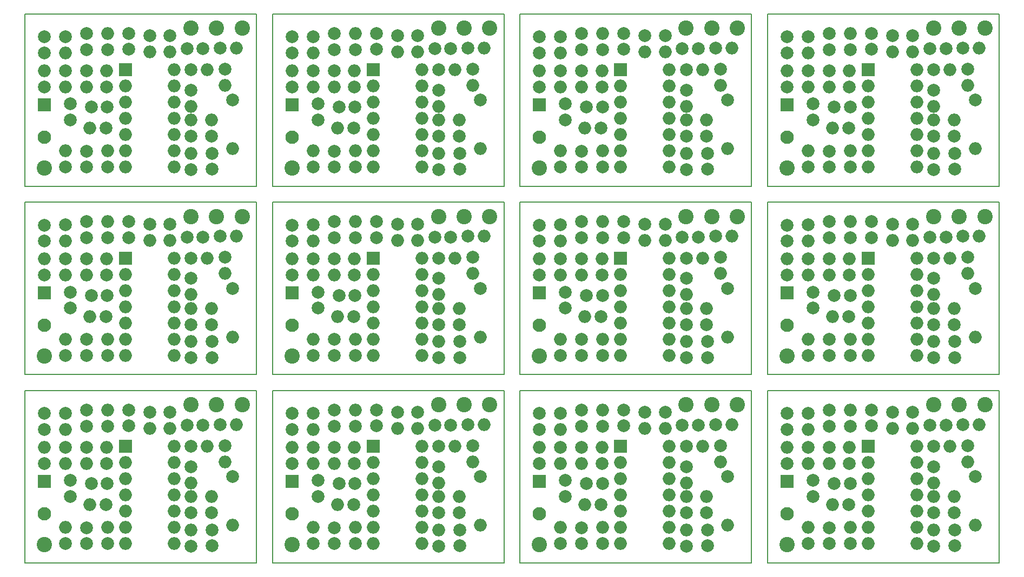
<source format=gbr>
G04 #@! TF.FileFunction,Soldermask,Top*
%FSLAX46Y46*%
G04 Gerber Fmt 4.6, Leading zero omitted, Abs format (unit mm)*
G04 Created by KiCad (PCBNEW 4.0.6-e0-6349~53~ubuntu16.04.1) date Thu Mar 16 16:11:01 2017*
%MOMM*%
%LPD*%
G01*
G04 APERTURE LIST*
%ADD10C,0.100000*%
%ADD11C,0.150000*%
%ADD12C,2.000000*%
%ADD13O,2.000000X2.000000*%
%ADD14C,2.398980*%
%ADD15C,2.100000*%
%ADD16R,2.100000X2.100000*%
%ADD17R,2.000000X2.000000*%
G04 APERTURE END LIST*
D10*
D11*
X167500800Y-101002920D02*
X131250800Y-101002920D01*
X167500800Y-71502920D02*
X131250800Y-71502920D01*
X167500800Y-42002920D02*
X131250800Y-42002920D01*
X128750800Y-101002920D02*
X92500800Y-101002920D01*
X128750800Y-71502920D02*
X92500800Y-71502920D01*
X128750800Y-42002920D02*
X92500800Y-42002920D01*
X90000800Y-101002920D02*
X53750800Y-101002920D01*
X90000800Y-71502920D02*
X53750800Y-71502920D01*
X90000800Y-42002920D02*
X53750800Y-42002920D01*
X51250800Y-101002920D02*
X15000800Y-101002920D01*
X51250800Y-71502920D02*
X15000800Y-71502920D01*
X167500800Y-74002920D02*
X167500800Y-101002920D01*
X167500800Y-44502920D02*
X167500800Y-71502920D01*
X167500800Y-15002920D02*
X167500800Y-42002920D01*
X128750800Y-74002920D02*
X128750800Y-101002920D01*
X128750800Y-44502920D02*
X128750800Y-71502920D01*
X128750800Y-15002920D02*
X128750800Y-42002920D01*
X90000800Y-74002920D02*
X90000800Y-101002920D01*
X90000800Y-44502920D02*
X90000800Y-71502920D01*
X90000800Y-15002920D02*
X90000800Y-42002920D01*
X51250800Y-74002920D02*
X51250800Y-101002920D01*
X51250800Y-44502920D02*
X51250800Y-71502920D01*
X131250800Y-101002920D02*
X131250800Y-74002920D01*
X131250800Y-71502920D02*
X131250800Y-44502920D01*
X131250800Y-42002920D02*
X131250800Y-15002920D01*
X92500800Y-101002920D02*
X92500800Y-74002920D01*
X92500800Y-71502920D02*
X92500800Y-44502920D01*
X92500800Y-42002920D02*
X92500800Y-15002920D01*
X53750800Y-101002920D02*
X53750800Y-74002920D01*
X53750800Y-71502920D02*
X53750800Y-44502920D01*
X53750800Y-42002920D02*
X53750800Y-15002920D01*
X15000800Y-101002920D02*
X15000800Y-74002920D01*
X15000800Y-71502920D02*
X15000800Y-44502920D01*
X167500800Y-74002920D02*
X131250800Y-74002920D01*
X167500800Y-44502920D02*
X131250800Y-44502920D01*
X167500800Y-15002920D02*
X131250800Y-15002920D01*
X128750800Y-74002920D02*
X92500800Y-74002920D01*
X128750800Y-44502920D02*
X92500800Y-44502920D01*
X128750800Y-15002920D02*
X92500800Y-15002920D01*
X90000800Y-74002920D02*
X53750800Y-74002920D01*
X90000800Y-44502920D02*
X53750800Y-44502920D01*
X90000800Y-15002920D02*
X53750800Y-15002920D01*
X51250800Y-74002920D02*
X15000800Y-74002920D01*
X51250800Y-44502920D02*
X15000800Y-44502920D01*
X51250800Y-15002920D02*
X15000800Y-15002920D01*
X51250800Y-42002920D02*
X15000800Y-42002920D01*
X51250800Y-15002920D02*
X51250800Y-42002920D01*
X15000800Y-42002920D02*
X15000800Y-15002920D01*
D12*
X147506800Y-77050920D03*
X147506800Y-79550920D03*
X147506800Y-47550920D03*
X147506800Y-50050920D03*
X147506800Y-18050920D03*
X147506800Y-20550920D03*
X108756800Y-77050920D03*
X108756800Y-79550920D03*
X108756800Y-47550920D03*
X108756800Y-50050920D03*
X108756800Y-18050920D03*
X108756800Y-20550920D03*
X70006800Y-77050920D03*
X70006800Y-79550920D03*
X70006800Y-47550920D03*
X70006800Y-50050920D03*
X70006800Y-18050920D03*
X70006800Y-20550920D03*
X31256800Y-77050920D03*
X31256800Y-79550920D03*
X31256800Y-47550920D03*
X31256800Y-50050920D03*
X144077800Y-85432920D03*
D13*
X144077800Y-82892920D03*
D12*
X144077800Y-55932920D03*
D13*
X144077800Y-53392920D03*
D12*
X144077800Y-26432920D03*
D13*
X144077800Y-23892920D03*
D12*
X105327800Y-85432920D03*
D13*
X105327800Y-82892920D03*
D12*
X105327800Y-55932920D03*
D13*
X105327800Y-53392920D03*
D12*
X105327800Y-26432920D03*
D13*
X105327800Y-23892920D03*
D12*
X66577800Y-85432920D03*
D13*
X66577800Y-82892920D03*
D12*
X66577800Y-55932920D03*
D13*
X66577800Y-53392920D03*
D12*
X66577800Y-26432920D03*
D13*
X66577800Y-23892920D03*
D12*
X27827800Y-85432920D03*
D13*
X27827800Y-82892920D03*
D12*
X27827800Y-55932920D03*
D13*
X27827800Y-53392920D03*
D12*
X144204800Y-79590920D03*
D13*
X144204800Y-77050920D03*
D12*
X144204800Y-50090920D03*
D13*
X144204800Y-47550920D03*
D12*
X144204800Y-20590920D03*
D13*
X144204800Y-18050920D03*
D12*
X105454800Y-79590920D03*
D13*
X105454800Y-77050920D03*
D12*
X105454800Y-50090920D03*
D13*
X105454800Y-47550920D03*
D12*
X105454800Y-20590920D03*
D13*
X105454800Y-18050920D03*
D12*
X66704800Y-79590920D03*
D13*
X66704800Y-77050920D03*
D12*
X66704800Y-50090920D03*
D13*
X66704800Y-47550920D03*
D12*
X66704800Y-20590920D03*
D13*
X66704800Y-18050920D03*
D12*
X27954800Y-79590920D03*
D13*
X27954800Y-77050920D03*
D12*
X27954800Y-50090920D03*
D13*
X27954800Y-47550920D03*
D12*
X140902800Y-79590920D03*
X140902800Y-77050920D03*
X140902800Y-50090920D03*
X140902800Y-47550920D03*
X140902800Y-20590920D03*
X140902800Y-18050920D03*
X102152800Y-79590920D03*
X102152800Y-77050920D03*
X102152800Y-50090920D03*
X102152800Y-47550920D03*
X102152800Y-20590920D03*
X102152800Y-18050920D03*
X63402800Y-79590920D03*
X63402800Y-77050920D03*
X63402800Y-50090920D03*
X63402800Y-47550920D03*
X63402800Y-20590920D03*
X63402800Y-18050920D03*
X24652800Y-79590920D03*
X24652800Y-77050920D03*
X24652800Y-50090920D03*
X24652800Y-47550920D03*
X134298800Y-85432920D03*
D13*
X134298800Y-82892920D03*
D12*
X134298800Y-55932920D03*
D13*
X134298800Y-53392920D03*
D12*
X134298800Y-26432920D03*
D13*
X134298800Y-23892920D03*
D12*
X95548800Y-85432920D03*
D13*
X95548800Y-82892920D03*
D12*
X95548800Y-55932920D03*
D13*
X95548800Y-53392920D03*
D12*
X95548800Y-26432920D03*
D13*
X95548800Y-23892920D03*
D12*
X56798800Y-85432920D03*
D13*
X56798800Y-82892920D03*
D12*
X56798800Y-55932920D03*
D13*
X56798800Y-53392920D03*
D12*
X56798800Y-26432920D03*
D13*
X56798800Y-23892920D03*
D12*
X18048800Y-85432920D03*
D13*
X18048800Y-82892920D03*
D12*
X18048800Y-55932920D03*
D13*
X18048800Y-53392920D03*
D12*
X134298800Y-80098920D03*
X134298800Y-77598920D03*
X134298800Y-50598920D03*
X134298800Y-48098920D03*
X134298800Y-21098920D03*
X134298800Y-18598920D03*
X95548800Y-80098920D03*
X95548800Y-77598920D03*
X95548800Y-50598920D03*
X95548800Y-48098920D03*
X95548800Y-21098920D03*
X95548800Y-18598920D03*
X56798800Y-80098920D03*
X56798800Y-77598920D03*
X56798800Y-50598920D03*
X56798800Y-48098920D03*
X56798800Y-21098920D03*
X56798800Y-18598920D03*
X18048800Y-80098920D03*
X18048800Y-77598920D03*
X18048800Y-50598920D03*
X18048800Y-48098920D03*
X137600800Y-77558920D03*
D13*
X137600800Y-80098920D03*
D12*
X137600800Y-48058920D03*
D13*
X137600800Y-50598920D03*
D12*
X137600800Y-18558920D03*
D13*
X137600800Y-21098920D03*
D12*
X98850800Y-77558920D03*
D13*
X98850800Y-80098920D03*
D12*
X98850800Y-48058920D03*
D13*
X98850800Y-50598920D03*
D12*
X98850800Y-18558920D03*
D13*
X98850800Y-21098920D03*
D12*
X60100800Y-77558920D03*
D13*
X60100800Y-80098920D03*
D12*
X60100800Y-48058920D03*
D13*
X60100800Y-50598920D03*
D12*
X60100800Y-18558920D03*
D13*
X60100800Y-21098920D03*
D12*
X21350800Y-77558920D03*
D13*
X21350800Y-80098920D03*
D12*
X21350800Y-48058920D03*
D13*
X21350800Y-50598920D03*
D12*
X137600800Y-82892920D03*
D13*
X137600800Y-85432920D03*
D12*
X137600800Y-53392920D03*
D13*
X137600800Y-55932920D03*
D12*
X137600800Y-23892920D03*
D13*
X137600800Y-26432920D03*
D12*
X98850800Y-82892920D03*
D13*
X98850800Y-85432920D03*
D12*
X98850800Y-53392920D03*
D13*
X98850800Y-55932920D03*
D12*
X98850800Y-23892920D03*
D13*
X98850800Y-26432920D03*
D12*
X60100800Y-82892920D03*
D13*
X60100800Y-85432920D03*
D12*
X60100800Y-53392920D03*
D13*
X60100800Y-55932920D03*
D12*
X60100800Y-23892920D03*
D13*
X60100800Y-26432920D03*
D12*
X21350800Y-82892920D03*
D13*
X21350800Y-85432920D03*
D12*
X21350800Y-53392920D03*
D13*
X21350800Y-55932920D03*
D12*
X140902800Y-82892920D03*
D13*
X140902800Y-85432920D03*
D12*
X140902800Y-53392920D03*
D13*
X140902800Y-55932920D03*
D12*
X140902800Y-23892920D03*
D13*
X140902800Y-26432920D03*
D12*
X102152800Y-82892920D03*
D13*
X102152800Y-85432920D03*
D12*
X102152800Y-53392920D03*
D13*
X102152800Y-55932920D03*
D12*
X102152800Y-23892920D03*
D13*
X102152800Y-26432920D03*
D12*
X63402800Y-82892920D03*
D13*
X63402800Y-85432920D03*
D12*
X63402800Y-53392920D03*
D13*
X63402800Y-55932920D03*
D12*
X63402800Y-23892920D03*
D13*
X63402800Y-26432920D03*
D12*
X24652800Y-82892920D03*
D13*
X24652800Y-85432920D03*
D12*
X24652800Y-53392920D03*
D13*
X24652800Y-55932920D03*
D12*
X157285800Y-98386920D03*
D13*
X157285800Y-95846920D03*
D12*
X157285800Y-68886920D03*
D13*
X157285800Y-66346920D03*
D12*
X157285800Y-39386920D03*
D13*
X157285800Y-36846920D03*
D12*
X118535800Y-98386920D03*
D13*
X118535800Y-95846920D03*
D12*
X118535800Y-68886920D03*
D13*
X118535800Y-66346920D03*
D12*
X118535800Y-39386920D03*
D13*
X118535800Y-36846920D03*
D12*
X79785800Y-98386920D03*
D13*
X79785800Y-95846920D03*
D12*
X79785800Y-68886920D03*
D13*
X79785800Y-66346920D03*
D12*
X79785800Y-39386920D03*
D13*
X79785800Y-36846920D03*
D12*
X41035800Y-98386920D03*
D13*
X41035800Y-95846920D03*
D12*
X41035800Y-68886920D03*
D13*
X41035800Y-66346920D03*
D12*
X160460800Y-93179920D03*
D13*
X160460800Y-90639920D03*
D12*
X160460800Y-63679920D03*
D13*
X160460800Y-61139920D03*
D12*
X160460800Y-34179920D03*
D13*
X160460800Y-31639920D03*
D12*
X121710800Y-93179920D03*
D13*
X121710800Y-90639920D03*
D12*
X121710800Y-63679920D03*
D13*
X121710800Y-61139920D03*
D12*
X121710800Y-34179920D03*
D13*
X121710800Y-31639920D03*
D12*
X82960800Y-93179920D03*
D13*
X82960800Y-90639920D03*
D12*
X82960800Y-63679920D03*
D13*
X82960800Y-61139920D03*
D12*
X82960800Y-34179920D03*
D13*
X82960800Y-31639920D03*
D12*
X44210800Y-93179920D03*
D13*
X44210800Y-90639920D03*
D12*
X44210800Y-63679920D03*
D13*
X44210800Y-61139920D03*
D12*
X160587800Y-95846920D03*
X160587800Y-98346920D03*
X160587800Y-66346920D03*
X160587800Y-68846920D03*
X160587800Y-36846920D03*
X160587800Y-39346920D03*
X121837800Y-95846920D03*
X121837800Y-98346920D03*
X121837800Y-66346920D03*
X121837800Y-68846920D03*
X121837800Y-36846920D03*
X121837800Y-39346920D03*
X83087800Y-95846920D03*
X83087800Y-98346920D03*
X83087800Y-66346920D03*
X83087800Y-68846920D03*
X83087800Y-36846920D03*
X83087800Y-39346920D03*
X44337800Y-95846920D03*
X44337800Y-98346920D03*
X44337800Y-66346920D03*
X44337800Y-68846920D03*
X157285800Y-93179920D03*
D13*
X157285800Y-90639920D03*
D12*
X157285800Y-63679920D03*
D13*
X157285800Y-61139920D03*
D12*
X157285800Y-34179920D03*
D13*
X157285800Y-31639920D03*
D12*
X118535800Y-93179920D03*
D13*
X118535800Y-90639920D03*
D12*
X118535800Y-63679920D03*
D13*
X118535800Y-61139920D03*
D12*
X118535800Y-34179920D03*
D13*
X118535800Y-31639920D03*
D12*
X79785800Y-93179920D03*
D13*
X79785800Y-90639920D03*
D12*
X79785800Y-63679920D03*
D13*
X79785800Y-61139920D03*
D12*
X79785800Y-34179920D03*
D13*
X79785800Y-31639920D03*
D12*
X41035800Y-93179920D03*
D13*
X41035800Y-90639920D03*
D12*
X41035800Y-63679920D03*
D13*
X41035800Y-61139920D03*
D14*
X161250800Y-76252920D03*
X161250800Y-46752920D03*
X161250800Y-17252920D03*
X122500800Y-76252920D03*
X122500800Y-46752920D03*
X122500800Y-17252920D03*
X83750800Y-76252920D03*
X83750800Y-46752920D03*
X83750800Y-17252920D03*
X45000800Y-76252920D03*
X45000800Y-46752920D03*
D12*
X156650800Y-79463920D03*
X159150800Y-79463920D03*
X156650800Y-49963920D03*
X159150800Y-49963920D03*
X156650800Y-20463920D03*
X159150800Y-20463920D03*
X117900800Y-79463920D03*
X120400800Y-79463920D03*
X117900800Y-49963920D03*
X120400800Y-49963920D03*
X117900800Y-20463920D03*
X120400800Y-20463920D03*
X79150800Y-79463920D03*
X81650800Y-79463920D03*
X79150800Y-49963920D03*
X81650800Y-49963920D03*
X79150800Y-20463920D03*
X81650800Y-20463920D03*
X40400800Y-79463920D03*
X42900800Y-79463920D03*
X40400800Y-49963920D03*
X42900800Y-49963920D03*
X150808800Y-77431920D03*
D13*
X150808800Y-79971920D03*
D12*
X150808800Y-47931920D03*
D13*
X150808800Y-50471920D03*
D12*
X150808800Y-18431920D03*
D13*
X150808800Y-20971920D03*
D12*
X112058800Y-77431920D03*
D13*
X112058800Y-79971920D03*
D12*
X112058800Y-47931920D03*
D13*
X112058800Y-50471920D03*
D12*
X112058800Y-18431920D03*
D13*
X112058800Y-20971920D03*
D12*
X73308800Y-77431920D03*
D13*
X73308800Y-79971920D03*
D12*
X73308800Y-47931920D03*
D13*
X73308800Y-50471920D03*
D12*
X73308800Y-18431920D03*
D13*
X73308800Y-20971920D03*
D12*
X34558800Y-77431920D03*
D13*
X34558800Y-79971920D03*
D12*
X34558800Y-47931920D03*
D13*
X34558800Y-50471920D03*
D12*
X161857800Y-79336920D03*
D13*
X164397800Y-79336920D03*
D12*
X161857800Y-49836920D03*
D13*
X164397800Y-49836920D03*
D12*
X161857800Y-20336920D03*
D13*
X164397800Y-20336920D03*
D12*
X123107800Y-79336920D03*
D13*
X125647800Y-79336920D03*
D12*
X123107800Y-49836920D03*
D13*
X125647800Y-49836920D03*
D12*
X123107800Y-20336920D03*
D13*
X125647800Y-20336920D03*
D12*
X84357800Y-79336920D03*
D13*
X86897800Y-79336920D03*
D12*
X84357800Y-49836920D03*
D13*
X86897800Y-49836920D03*
D12*
X84357800Y-20336920D03*
D13*
X86897800Y-20336920D03*
D12*
X45607800Y-79336920D03*
D13*
X48147800Y-79336920D03*
D12*
X45607800Y-49836920D03*
D13*
X48147800Y-49836920D03*
D14*
X157250800Y-76252920D03*
X157250800Y-46752920D03*
X157250800Y-17252920D03*
X118500800Y-76252920D03*
X118500800Y-46752920D03*
X118500800Y-17252920D03*
X79750800Y-76252920D03*
X79750800Y-46752920D03*
X79750800Y-17252920D03*
X41000800Y-76252920D03*
X41000800Y-46752920D03*
D12*
X153983800Y-77431920D03*
D13*
X153983800Y-79971920D03*
D12*
X153983800Y-47931920D03*
D13*
X153983800Y-50471920D03*
D12*
X153983800Y-18431920D03*
D13*
X153983800Y-20971920D03*
D12*
X115233800Y-77431920D03*
D13*
X115233800Y-79971920D03*
D12*
X115233800Y-47931920D03*
D13*
X115233800Y-50471920D03*
D12*
X115233800Y-18431920D03*
D13*
X115233800Y-20971920D03*
D12*
X76483800Y-77431920D03*
D13*
X76483800Y-79971920D03*
D12*
X76483800Y-47931920D03*
D13*
X76483800Y-50471920D03*
D12*
X76483800Y-18431920D03*
D13*
X76483800Y-20971920D03*
D12*
X37733800Y-77431920D03*
D13*
X37733800Y-79971920D03*
D12*
X37733800Y-47931920D03*
D13*
X37733800Y-50471920D03*
D14*
X165250800Y-76252920D03*
X165250800Y-46752920D03*
X165250800Y-17252920D03*
X126500800Y-76252920D03*
X126500800Y-46752920D03*
X126500800Y-17252920D03*
X87750800Y-76252920D03*
X87750800Y-46752920D03*
X87750800Y-17252920D03*
X49000800Y-76252920D03*
X49000800Y-46752920D03*
D12*
X144204800Y-98005920D03*
D13*
X144204800Y-95465920D03*
D12*
X144204800Y-68505920D03*
D13*
X144204800Y-65965920D03*
D12*
X144204800Y-39005920D03*
D13*
X144204800Y-36465920D03*
D12*
X105454800Y-98005920D03*
D13*
X105454800Y-95465920D03*
D12*
X105454800Y-68505920D03*
D13*
X105454800Y-65965920D03*
D12*
X105454800Y-39005920D03*
D13*
X105454800Y-36465920D03*
D12*
X66704800Y-98005920D03*
D13*
X66704800Y-95465920D03*
D12*
X66704800Y-68505920D03*
D13*
X66704800Y-65965920D03*
D12*
X66704800Y-39005920D03*
D13*
X66704800Y-36465920D03*
D12*
X27954800Y-98005920D03*
D13*
X27954800Y-95465920D03*
D12*
X27954800Y-68505920D03*
D13*
X27954800Y-65965920D03*
D12*
X140902800Y-98005920D03*
X140902800Y-95505920D03*
X140902800Y-68505920D03*
X140902800Y-66005920D03*
X140902800Y-39005920D03*
X140902800Y-36505920D03*
X102152800Y-98005920D03*
X102152800Y-95505920D03*
X102152800Y-68505920D03*
X102152800Y-66005920D03*
X102152800Y-39005920D03*
X102152800Y-36505920D03*
X63402800Y-98005920D03*
X63402800Y-95505920D03*
X63402800Y-68505920D03*
X63402800Y-66005920D03*
X63402800Y-39005920D03*
X63402800Y-36505920D03*
X24652800Y-98005920D03*
X24652800Y-95505920D03*
X24652800Y-68505920D03*
X24652800Y-66005920D03*
X137600800Y-98005920D03*
D13*
X137600800Y-95465920D03*
D12*
X137600800Y-68505920D03*
D13*
X137600800Y-65965920D03*
D12*
X137600800Y-39005920D03*
D13*
X137600800Y-36465920D03*
D12*
X98850800Y-98005920D03*
D13*
X98850800Y-95465920D03*
D12*
X98850800Y-68505920D03*
D13*
X98850800Y-65965920D03*
D12*
X98850800Y-39005920D03*
D13*
X98850800Y-36465920D03*
D12*
X60100800Y-98005920D03*
D13*
X60100800Y-95465920D03*
D12*
X60100800Y-68505920D03*
D13*
X60100800Y-65965920D03*
D12*
X60100800Y-39005920D03*
D13*
X60100800Y-36465920D03*
D12*
X21350800Y-98005920D03*
D13*
X21350800Y-95465920D03*
D12*
X21350800Y-68505920D03*
D13*
X21350800Y-65965920D03*
D15*
X134298800Y-93306920D03*
D16*
X134298800Y-88226920D03*
D15*
X134298800Y-63806920D03*
D16*
X134298800Y-58726920D03*
D15*
X134298800Y-34306920D03*
D16*
X134298800Y-29226920D03*
D15*
X95548800Y-93306920D03*
D16*
X95548800Y-88226920D03*
D15*
X95548800Y-63806920D03*
D16*
X95548800Y-58726920D03*
D15*
X95548800Y-34306920D03*
D16*
X95548800Y-29226920D03*
D15*
X56798800Y-93306920D03*
D16*
X56798800Y-88226920D03*
D15*
X56798800Y-63806920D03*
D16*
X56798800Y-58726920D03*
D15*
X56798800Y-34306920D03*
D16*
X56798800Y-29226920D03*
D15*
X18048800Y-93306920D03*
D16*
X18048800Y-88226920D03*
D15*
X18048800Y-63806920D03*
D16*
X18048800Y-58726920D03*
D12*
X138362800Y-88099920D03*
X138362800Y-90599920D03*
X138362800Y-58599920D03*
X138362800Y-61099920D03*
X138362800Y-29099920D03*
X138362800Y-31599920D03*
X99612800Y-88099920D03*
X99612800Y-90599920D03*
X99612800Y-58599920D03*
X99612800Y-61099920D03*
X99612800Y-29099920D03*
X99612800Y-31599920D03*
X60862800Y-88099920D03*
X60862800Y-90599920D03*
X60862800Y-58599920D03*
X60862800Y-61099920D03*
X60862800Y-29099920D03*
X60862800Y-31599920D03*
X22112800Y-88099920D03*
X22112800Y-90599920D03*
X22112800Y-58599920D03*
X22112800Y-61099920D03*
X143950800Y-91909920D03*
D13*
X141410800Y-91909920D03*
D12*
X143950800Y-62409920D03*
D13*
X141410800Y-62409920D03*
D12*
X143950800Y-32909920D03*
D13*
X141410800Y-32909920D03*
D12*
X105200800Y-91909920D03*
D13*
X102660800Y-91909920D03*
D12*
X105200800Y-62409920D03*
D13*
X102660800Y-62409920D03*
D12*
X105200800Y-32909920D03*
D13*
X102660800Y-32909920D03*
D12*
X66450800Y-91909920D03*
D13*
X63910800Y-91909920D03*
D12*
X66450800Y-62409920D03*
D13*
X63910800Y-62409920D03*
D12*
X66450800Y-32909920D03*
D13*
X63910800Y-32909920D03*
D12*
X27700800Y-91909920D03*
D13*
X25160800Y-91909920D03*
D12*
X27700800Y-62409920D03*
D13*
X25160800Y-62409920D03*
D14*
X134298800Y-98132920D03*
X134298800Y-68632920D03*
X134298800Y-39132920D03*
X95548800Y-98132920D03*
X95548800Y-68632920D03*
X95548800Y-39132920D03*
X56798800Y-98132920D03*
X56798800Y-68632920D03*
X56798800Y-39132920D03*
X18048800Y-98132920D03*
X18048800Y-68632920D03*
D12*
X141664800Y-88607920D03*
X144164800Y-88607920D03*
X141664800Y-59107920D03*
X144164800Y-59107920D03*
X141664800Y-29607920D03*
X144164800Y-29607920D03*
X102914800Y-88607920D03*
X105414800Y-88607920D03*
X102914800Y-59107920D03*
X105414800Y-59107920D03*
X102914800Y-29607920D03*
X105414800Y-29607920D03*
X64164800Y-88607920D03*
X66664800Y-88607920D03*
X64164800Y-59107920D03*
X66664800Y-59107920D03*
X64164800Y-29607920D03*
X66664800Y-29607920D03*
X25414800Y-88607920D03*
X27914800Y-88607920D03*
X25414800Y-59107920D03*
X27914800Y-59107920D03*
X162619800Y-82638920D03*
D13*
X162619800Y-85178920D03*
D12*
X162619800Y-53138920D03*
D13*
X162619800Y-55678920D03*
D12*
X162619800Y-23638920D03*
D13*
X162619800Y-26178920D03*
D12*
X123869800Y-82638920D03*
D13*
X123869800Y-85178920D03*
D12*
X123869800Y-53138920D03*
D13*
X123869800Y-55678920D03*
D12*
X123869800Y-23638920D03*
D13*
X123869800Y-26178920D03*
D12*
X85119800Y-82638920D03*
D13*
X85119800Y-85178920D03*
D12*
X85119800Y-53138920D03*
D13*
X85119800Y-55678920D03*
D12*
X85119800Y-23638920D03*
D13*
X85119800Y-26178920D03*
D12*
X46369800Y-82638920D03*
D13*
X46369800Y-85178920D03*
D12*
X46369800Y-53138920D03*
D13*
X46369800Y-55678920D03*
D12*
X163750800Y-87502920D03*
D13*
X163750800Y-95122920D03*
D12*
X163750800Y-58002920D03*
D13*
X163750800Y-65622920D03*
D12*
X163750800Y-28502920D03*
D13*
X163750800Y-36122920D03*
D12*
X125000800Y-87502920D03*
D13*
X125000800Y-95122920D03*
D12*
X125000800Y-58002920D03*
D13*
X125000800Y-65622920D03*
D12*
X125000800Y-28502920D03*
D13*
X125000800Y-36122920D03*
D12*
X86250800Y-87502920D03*
D13*
X86250800Y-95122920D03*
D12*
X86250800Y-58002920D03*
D13*
X86250800Y-65622920D03*
D12*
X86250800Y-28502920D03*
D13*
X86250800Y-36122920D03*
D12*
X47500800Y-87502920D03*
D13*
X47500800Y-95122920D03*
D12*
X47500800Y-58002920D03*
D13*
X47500800Y-65622920D03*
D12*
X157285800Y-82765920D03*
D13*
X159825800Y-82765920D03*
D12*
X157285800Y-53265920D03*
D13*
X159825800Y-53265920D03*
D12*
X157285800Y-23765920D03*
D13*
X159825800Y-23765920D03*
D12*
X118535800Y-82765920D03*
D13*
X121075800Y-82765920D03*
D12*
X118535800Y-53265920D03*
D13*
X121075800Y-53265920D03*
D12*
X118535800Y-23765920D03*
D13*
X121075800Y-23765920D03*
D12*
X79785800Y-82765920D03*
D13*
X82325800Y-82765920D03*
D12*
X79785800Y-53265920D03*
D13*
X82325800Y-53265920D03*
D12*
X79785800Y-23765920D03*
D13*
X82325800Y-23765920D03*
D12*
X41035800Y-82765920D03*
D13*
X43575800Y-82765920D03*
D12*
X41035800Y-53265920D03*
D13*
X43575800Y-53265920D03*
D12*
X157285800Y-85940920D03*
D13*
X157285800Y-88480920D03*
D12*
X157285800Y-56440920D03*
D13*
X157285800Y-58980920D03*
D12*
X157285800Y-26940920D03*
D13*
X157285800Y-29480920D03*
D12*
X118535800Y-85940920D03*
D13*
X118535800Y-88480920D03*
D12*
X118535800Y-56440920D03*
D13*
X118535800Y-58980920D03*
D12*
X118535800Y-26940920D03*
D13*
X118535800Y-29480920D03*
D12*
X79785800Y-85940920D03*
D13*
X79785800Y-88480920D03*
D12*
X79785800Y-56440920D03*
D13*
X79785800Y-58980920D03*
D12*
X79785800Y-26940920D03*
D13*
X79785800Y-29480920D03*
D12*
X41035800Y-85940920D03*
D13*
X41035800Y-88480920D03*
D12*
X41035800Y-56440920D03*
D13*
X41035800Y-58980920D03*
D17*
X146998800Y-82765920D03*
D13*
X154618800Y-98005920D03*
X146998800Y-85305920D03*
X154618800Y-95465920D03*
X146998800Y-87845920D03*
X154618800Y-92925920D03*
X146998800Y-90385920D03*
X154618800Y-90385920D03*
X146998800Y-92925920D03*
X154618800Y-87845920D03*
X146998800Y-95465920D03*
X154618800Y-85305920D03*
X146998800Y-98005920D03*
X154618800Y-82765920D03*
D17*
X146998800Y-53265920D03*
D13*
X154618800Y-68505920D03*
X146998800Y-55805920D03*
X154618800Y-65965920D03*
X146998800Y-58345920D03*
X154618800Y-63425920D03*
X146998800Y-60885920D03*
X154618800Y-60885920D03*
X146998800Y-63425920D03*
X154618800Y-58345920D03*
X146998800Y-65965920D03*
X154618800Y-55805920D03*
X146998800Y-68505920D03*
X154618800Y-53265920D03*
D17*
X146998800Y-23765920D03*
D13*
X154618800Y-39005920D03*
X146998800Y-26305920D03*
X154618800Y-36465920D03*
X146998800Y-28845920D03*
X154618800Y-33925920D03*
X146998800Y-31385920D03*
X154618800Y-31385920D03*
X146998800Y-33925920D03*
X154618800Y-28845920D03*
X146998800Y-36465920D03*
X154618800Y-26305920D03*
X146998800Y-39005920D03*
X154618800Y-23765920D03*
D17*
X108248800Y-82765920D03*
D13*
X115868800Y-98005920D03*
X108248800Y-85305920D03*
X115868800Y-95465920D03*
X108248800Y-87845920D03*
X115868800Y-92925920D03*
X108248800Y-90385920D03*
X115868800Y-90385920D03*
X108248800Y-92925920D03*
X115868800Y-87845920D03*
X108248800Y-95465920D03*
X115868800Y-85305920D03*
X108248800Y-98005920D03*
X115868800Y-82765920D03*
D17*
X108248800Y-53265920D03*
D13*
X115868800Y-68505920D03*
X108248800Y-55805920D03*
X115868800Y-65965920D03*
X108248800Y-58345920D03*
X115868800Y-63425920D03*
X108248800Y-60885920D03*
X115868800Y-60885920D03*
X108248800Y-63425920D03*
X115868800Y-58345920D03*
X108248800Y-65965920D03*
X115868800Y-55805920D03*
X108248800Y-68505920D03*
X115868800Y-53265920D03*
D17*
X108248800Y-23765920D03*
D13*
X115868800Y-39005920D03*
X108248800Y-26305920D03*
X115868800Y-36465920D03*
X108248800Y-28845920D03*
X115868800Y-33925920D03*
X108248800Y-31385920D03*
X115868800Y-31385920D03*
X108248800Y-33925920D03*
X115868800Y-28845920D03*
X108248800Y-36465920D03*
X115868800Y-26305920D03*
X108248800Y-39005920D03*
X115868800Y-23765920D03*
D17*
X69498800Y-82765920D03*
D13*
X77118800Y-98005920D03*
X69498800Y-85305920D03*
X77118800Y-95465920D03*
X69498800Y-87845920D03*
X77118800Y-92925920D03*
X69498800Y-90385920D03*
X77118800Y-90385920D03*
X69498800Y-92925920D03*
X77118800Y-87845920D03*
X69498800Y-95465920D03*
X77118800Y-85305920D03*
X69498800Y-98005920D03*
X77118800Y-82765920D03*
D17*
X69498800Y-53265920D03*
D13*
X77118800Y-68505920D03*
X69498800Y-55805920D03*
X77118800Y-65965920D03*
X69498800Y-58345920D03*
X77118800Y-63425920D03*
X69498800Y-60885920D03*
X77118800Y-60885920D03*
X69498800Y-63425920D03*
X77118800Y-58345920D03*
X69498800Y-65965920D03*
X77118800Y-55805920D03*
X69498800Y-68505920D03*
X77118800Y-53265920D03*
D17*
X69498800Y-23765920D03*
D13*
X77118800Y-39005920D03*
X69498800Y-26305920D03*
X77118800Y-36465920D03*
X69498800Y-28845920D03*
X77118800Y-33925920D03*
X69498800Y-31385920D03*
X77118800Y-31385920D03*
X69498800Y-33925920D03*
X77118800Y-28845920D03*
X69498800Y-36465920D03*
X77118800Y-26305920D03*
X69498800Y-39005920D03*
X77118800Y-23765920D03*
D17*
X30748800Y-82765920D03*
D13*
X38368800Y-98005920D03*
X30748800Y-85305920D03*
X38368800Y-95465920D03*
X30748800Y-87845920D03*
X38368800Y-92925920D03*
X30748800Y-90385920D03*
X38368800Y-90385920D03*
X30748800Y-92925920D03*
X38368800Y-87845920D03*
X30748800Y-95465920D03*
X38368800Y-85305920D03*
X30748800Y-98005920D03*
X38368800Y-82765920D03*
D17*
X30748800Y-53265920D03*
D13*
X38368800Y-68505920D03*
X30748800Y-55805920D03*
X38368800Y-65965920D03*
X30748800Y-58345920D03*
X38368800Y-63425920D03*
X30748800Y-60885920D03*
X38368800Y-60885920D03*
X30748800Y-63425920D03*
X38368800Y-58345920D03*
X30748800Y-65965920D03*
X38368800Y-55805920D03*
X30748800Y-68505920D03*
X38368800Y-53265920D03*
D12*
X24652800Y-20590920D03*
X24652800Y-18050920D03*
X31256800Y-18050920D03*
X31256800Y-20550920D03*
X25414800Y-29607920D03*
X27914800Y-29607920D03*
X18048800Y-21098920D03*
X18048800Y-18598920D03*
X24652800Y-39005920D03*
X24652800Y-36505920D03*
X44337800Y-36846920D03*
X44337800Y-39346920D03*
X22112800Y-29099920D03*
X22112800Y-31599920D03*
X40400800Y-20463920D03*
X42900800Y-20463920D03*
D15*
X18048800Y-34306920D03*
D16*
X18048800Y-29226920D03*
D14*
X49000800Y-17252920D03*
X18048800Y-39132920D03*
X41000800Y-17252920D03*
X45000800Y-17252920D03*
D12*
X21350800Y-23892920D03*
D13*
X21350800Y-26432920D03*
D12*
X18048800Y-26432920D03*
D13*
X18048800Y-23892920D03*
D12*
X21350800Y-18558920D03*
D13*
X21350800Y-21098920D03*
D12*
X27954800Y-20590920D03*
D13*
X27954800Y-18050920D03*
D12*
X24652800Y-23892920D03*
D13*
X24652800Y-26432920D03*
D12*
X27827800Y-26432920D03*
D13*
X27827800Y-23892920D03*
D12*
X27700800Y-32909920D03*
D13*
X25160800Y-32909920D03*
D12*
X21350800Y-39005920D03*
D13*
X21350800Y-36465920D03*
D12*
X27954800Y-39005920D03*
D13*
X27954800Y-36465920D03*
D12*
X46369800Y-23638920D03*
D13*
X46369800Y-26178920D03*
D12*
X37733800Y-18431920D03*
D13*
X37733800Y-20971920D03*
D12*
X44210800Y-34179920D03*
D13*
X44210800Y-31639920D03*
D12*
X41035800Y-34179920D03*
D13*
X41035800Y-31639920D03*
D12*
X41035800Y-39386920D03*
D13*
X41035800Y-36846920D03*
D12*
X34558800Y-18431920D03*
D13*
X34558800Y-20971920D03*
D12*
X41035800Y-23765920D03*
D13*
X43575800Y-23765920D03*
D12*
X41035800Y-26940920D03*
D13*
X41035800Y-29480920D03*
D12*
X45607800Y-20336920D03*
D13*
X48147800Y-20336920D03*
D17*
X30748800Y-23765920D03*
D13*
X38368800Y-39005920D03*
X30748800Y-26305920D03*
X38368800Y-36465920D03*
X30748800Y-28845920D03*
X38368800Y-33925920D03*
X30748800Y-31385920D03*
X38368800Y-31385920D03*
X30748800Y-33925920D03*
X38368800Y-28845920D03*
X30748800Y-36465920D03*
X38368800Y-26305920D03*
X30748800Y-39005920D03*
X38368800Y-23765920D03*
D12*
X47500800Y-28502920D03*
D13*
X47500800Y-36122920D03*
M02*

</source>
